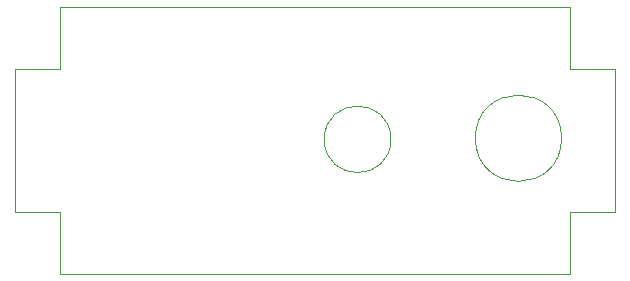
<source format=gbr>
G04 #@! TF.GenerationSoftware,KiCad,Pcbnew,(5.1.9)-1*
G04 #@! TF.CreationDate,2021-09-22T21:38:01-04:00*
G04 #@! TF.ProjectId,Transroc,5472616e-7372-46f6-932e-6b696361645f,3*
G04 #@! TF.SameCoordinates,Original*
G04 #@! TF.FileFunction,Profile,NP*
%FSLAX46Y46*%
G04 Gerber Fmt 4.6, Leading zero omitted, Abs format (unit mm)*
G04 Created by KiCad (PCBNEW (5.1.9)-1) date 2021-09-22 21:38:01*
%MOMM*%
%LPD*%
G01*
G04 APERTURE LIST*
G04 #@! TA.AperFunction,Profile*
%ADD10C,0.050000*%
G04 #@! TD*
G04 #@! TA.AperFunction,Profile*
%ADD11C,0.050800*%
G04 #@! TD*
G04 APERTURE END LIST*
D10*
X86513591Y-42162500D02*
G75*
G03*
X86513591Y-42162500I-3650000J0D01*
G01*
X72064260Y-42253440D02*
G75*
G03*
X72064260Y-42253440I-2820000J0D01*
G01*
D11*
X44050000Y-48375340D02*
X44050000Y-53656000D01*
X87230000Y-48377880D02*
X87230000Y-53656000D01*
X40262860Y-48375340D02*
X44050000Y-48375340D01*
X44050000Y-36310340D02*
X40262860Y-36310340D01*
X40262860Y-36310340D02*
X40262860Y-48375340D01*
X44050000Y-31050000D02*
X44050000Y-36310340D01*
X44050000Y-31050000D02*
X87230000Y-31050000D01*
X87230000Y-31050000D02*
X87230000Y-36310340D01*
X91017140Y-36310340D02*
X87230000Y-36310340D01*
X91017140Y-48375340D02*
X91017140Y-36310340D01*
X87230000Y-48375340D02*
X91017140Y-48375340D01*
X44050000Y-53656000D02*
X87230000Y-53656000D01*
M02*

</source>
